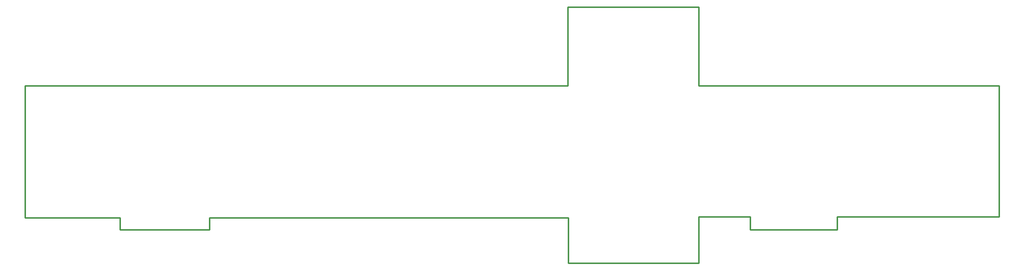
<source format=gbr>
%TF.GenerationSoftware,KiCad,Pcbnew,9.0.0*%
%TF.CreationDate,2025-06-18T14:15:24-07:00*%
%TF.ProjectId,1U Backplane,31552042-6163-46b7-906c-616e652e6b69,rev?*%
%TF.SameCoordinates,Original*%
%TF.FileFunction,Profile,NP*%
%FSLAX46Y46*%
G04 Gerber Fmt 4.6, Leading zero omitted, Abs format (unit mm)*
G04 Created by KiCad (PCBNEW 9.0.0) date 2025-06-18 14:15:24*
%MOMM*%
%LPD*%
G01*
G04 APERTURE LIST*
%TA.AperFunction,Profile*%
%ADD10C,0.254000*%
%TD*%
G04 APERTURE END LIST*
D10*
X176099000Y-98500000D02*
X226999000Y-98500000D01*
X226999000Y-120800000D01*
X199599000Y-120800000D01*
X199599000Y-123000000D01*
X184799000Y-123000000D01*
X184799000Y-120800000D01*
X176099000Y-120800000D01*
X176099000Y-128600000D01*
X153999000Y-128600000D01*
X153999000Y-120900000D01*
X93199000Y-120900000D01*
X93199000Y-123000000D01*
X78099000Y-123000000D01*
X78099000Y-120900000D01*
X61999000Y-120900000D01*
X61999000Y-98500000D01*
X153899000Y-98500000D01*
X153899000Y-85100000D01*
X176099000Y-85100000D01*
X176099000Y-98500000D01*
M02*

</source>
